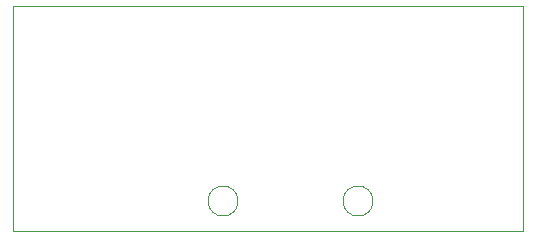
<source format=gbr>
G04 #@! TF.GenerationSoftware,KiCad,Pcbnew,(5.1.5-0-10_14)*
G04 #@! TF.CreationDate,2020-03-24T20:34:04-05:00*
G04 #@! TF.ProjectId,Sensors,53656e73-6f72-4732-9e6b-696361645f70,rev?*
G04 #@! TF.SameCoordinates,Original*
G04 #@! TF.FileFunction,Profile,NP*
%FSLAX46Y46*%
G04 Gerber Fmt 4.6, Leading zero omitted, Abs format (unit mm)*
G04 Created by KiCad (PCBNEW (5.1.5-0-10_14)) date 2020-03-24 20:34:04*
%MOMM*%
%LPD*%
G04 APERTURE LIST*
%ADD10C,0.050000*%
G04 APERTURE END LIST*
D10*
X119380000Y-77470000D02*
X123190000Y-77470000D01*
X119380000Y-96520000D02*
X119380000Y-77470000D01*
X123190000Y-96520000D02*
X119380000Y-96520000D01*
X123190000Y-77470000D02*
X125730000Y-77470000D01*
X123190000Y-96520000D02*
X125730000Y-96520000D01*
X162560000Y-96520000D02*
X125730000Y-96520000D01*
X125730000Y-77470000D02*
X162560000Y-77470000D01*
X162560000Y-96520000D02*
X162560000Y-77470000D01*
X138430000Y-93980000D02*
G75*
G03X138430000Y-93980000I-1270000J0D01*
G01*
X149860000Y-93980000D02*
G75*
G03X149860000Y-93980000I-1270000J0D01*
G01*
M02*

</source>
